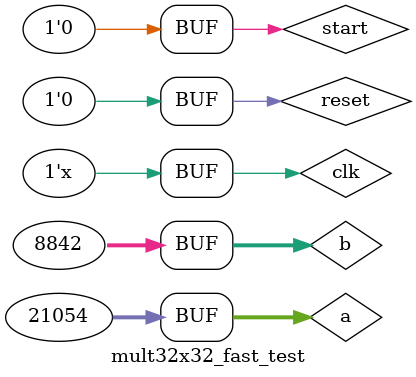
<source format=sv>
module mult32x32_fast_test;

    logic clk;            // Clock
    logic reset;          // Reset
    logic start;          // Start signal
    logic [31:0] a;       // Input a
    logic [31:0] b;       // Input b
    logic busy;           // Multiplier busy indication
    logic [63:0] product; // Miltiplication product

// Put your code here
// ------------------
    mult32x32_fast uut (
        .clk(clk),
        .reset(reset),
        .start(start),
        .a(a),
        .b(b),
        .busy(busy),
        .product(product)
    );
        always begin
            #5;
            clk = ~clk;
        end 

    initial begin
        // Initialize signals
        clk = 1'b1;
        reset = 1'b1;
        start = 1'b0;
        a = 0;
        b = 0;    

        #40;
        reset = 1'b0;
        a = 32'd208622142;
        b = 32'd316088970;

        #10;
        start = 1'b1;

        #10;
        start = 1'b0;

        #50;        
        //We're now done with the first test
        //In this itiration a_msb_is_0 and b_msw_is_0 should be true

        a = { {16{1'b0}}, a[15:0] };
		b = { {16{1'b0}}, b[15:0] };

		#10
		start = 1'b1;

		#10
		start = 1'b0;

    end

// End of your code

endmodule

</source>
